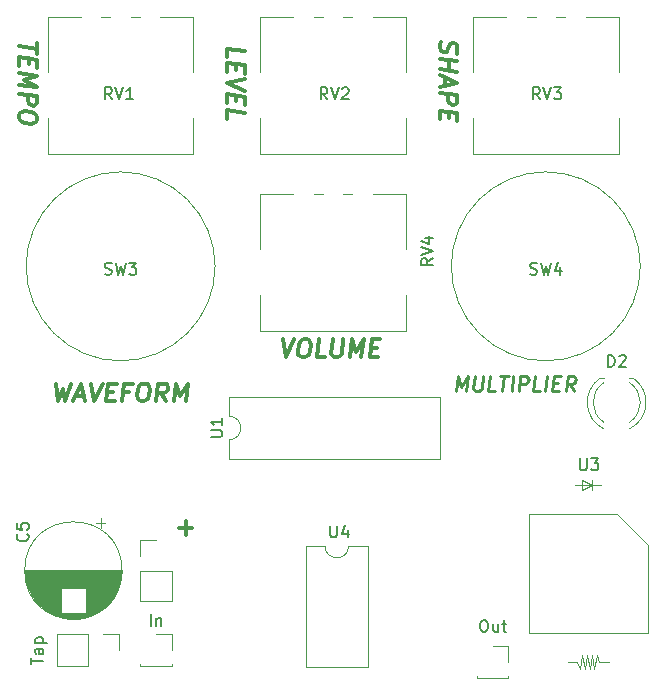
<source format=gbr>
%TF.GenerationSoftware,KiCad,Pcbnew,(5.1.6)-1*%
%TF.CreationDate,2023-06-25T00:19:37-07:00*%
%TF.ProjectId,tremolo,7472656d-6f6c-46f2-9e6b-696361645f70,rev?*%
%TF.SameCoordinates,Original*%
%TF.FileFunction,Legend,Top*%
%TF.FilePolarity,Positive*%
%FSLAX46Y46*%
G04 Gerber Fmt 4.6, Leading zero omitted, Abs format (unit mm)*
G04 Created by KiCad (PCBNEW (5.1.6)-1) date 2023-06-25 00:19:37*
%MOMM*%
%LPD*%
G01*
G04 APERTURE LIST*
%ADD10C,0.150000*%
%ADD11C,0.300000*%
%ADD12C,0.250000*%
%ADD13C,0.120000*%
G04 APERTURE END LIST*
D10*
X66952380Y-138690476D02*
X66952380Y-138119047D01*
X67952380Y-138404761D02*
X66952380Y-138404761D01*
X67952380Y-137357142D02*
X67428571Y-137357142D01*
X67333333Y-137404761D01*
X67285714Y-137500000D01*
X67285714Y-137690476D01*
X67333333Y-137785714D01*
X67904761Y-137357142D02*
X67952380Y-137452380D01*
X67952380Y-137690476D01*
X67904761Y-137785714D01*
X67809523Y-137833333D01*
X67714285Y-137833333D01*
X67619047Y-137785714D01*
X67571428Y-137690476D01*
X67571428Y-137452380D01*
X67523809Y-137357142D01*
X67285714Y-136880952D02*
X68285714Y-136880952D01*
X67333333Y-136880952D02*
X67285714Y-136785714D01*
X67285714Y-136595238D01*
X67333333Y-136500000D01*
X67380952Y-136452380D01*
X67476190Y-136404761D01*
X67761904Y-136404761D01*
X67857142Y-136452380D01*
X67904761Y-136500000D01*
X67952380Y-136595238D01*
X67952380Y-136785714D01*
X67904761Y-136880952D01*
X105166666Y-134952380D02*
X105357142Y-134952380D01*
X105452380Y-135000000D01*
X105547619Y-135095238D01*
X105595238Y-135285714D01*
X105595238Y-135619047D01*
X105547619Y-135809523D01*
X105452380Y-135904761D01*
X105357142Y-135952380D01*
X105166666Y-135952380D01*
X105071428Y-135904761D01*
X104976190Y-135809523D01*
X104928571Y-135619047D01*
X104928571Y-135285714D01*
X104976190Y-135095238D01*
X105071428Y-135000000D01*
X105166666Y-134952380D01*
X106452380Y-135285714D02*
X106452380Y-135952380D01*
X106023809Y-135285714D02*
X106023809Y-135809523D01*
X106071428Y-135904761D01*
X106166666Y-135952380D01*
X106309523Y-135952380D01*
X106404761Y-135904761D01*
X106452380Y-135857142D01*
X106785714Y-135285714D02*
X107166666Y-135285714D01*
X106928571Y-134952380D02*
X106928571Y-135809523D01*
X106976190Y-135904761D01*
X107071428Y-135952380D01*
X107166666Y-135952380D01*
X77047619Y-135452380D02*
X77047619Y-134452380D01*
X77523809Y-134785714D02*
X77523809Y-135452380D01*
X77523809Y-134880952D02*
X77571428Y-134833333D01*
X77666666Y-134785714D01*
X77809523Y-134785714D01*
X77904761Y-134833333D01*
X77952380Y-134928571D01*
X77952380Y-135452380D01*
D11*
X80571428Y-127142857D02*
X79428571Y-127142857D01*
X80000000Y-126571428D02*
X80000000Y-127714285D01*
X69038571Y-114928571D02*
X69208214Y-116428571D01*
X69627857Y-115357142D01*
X69779642Y-116428571D01*
X70324285Y-114928571D01*
X70690357Y-116000000D02*
X71404642Y-116000000D01*
X70493928Y-116428571D02*
X71181428Y-114928571D01*
X71493928Y-116428571D01*
X71967142Y-114928571D02*
X72279642Y-116428571D01*
X72967142Y-114928571D01*
X73377857Y-115642857D02*
X73877857Y-115642857D01*
X73993928Y-116428571D02*
X73279642Y-116428571D01*
X73467142Y-114928571D01*
X74181428Y-114928571D01*
X75235000Y-115642857D02*
X74735000Y-115642857D01*
X74636785Y-116428571D02*
X74824285Y-114928571D01*
X75538571Y-114928571D01*
X76395714Y-114928571D02*
X76681428Y-114928571D01*
X76815357Y-115000000D01*
X76940357Y-115142857D01*
X76976071Y-115428571D01*
X76913571Y-115928571D01*
X76806428Y-116214285D01*
X76645714Y-116357142D01*
X76493928Y-116428571D01*
X76208214Y-116428571D01*
X76074285Y-116357142D01*
X75949285Y-116214285D01*
X75913571Y-115928571D01*
X75976071Y-115428571D01*
X76083214Y-115142857D01*
X76243928Y-115000000D01*
X76395714Y-114928571D01*
X78351071Y-116428571D02*
X77940357Y-115714285D01*
X77493928Y-116428571D02*
X77681428Y-114928571D01*
X78252857Y-114928571D01*
X78386785Y-115000000D01*
X78449285Y-115071428D01*
X78502857Y-115214285D01*
X78476071Y-115428571D01*
X78386785Y-115571428D01*
X78306428Y-115642857D01*
X78154642Y-115714285D01*
X77583214Y-115714285D01*
X78993928Y-116428571D02*
X79181428Y-114928571D01*
X79547500Y-116000000D01*
X80181428Y-114928571D01*
X79993928Y-116428571D01*
D12*
X102899702Y-115565476D02*
X103055952Y-114315476D01*
X103361011Y-115208333D01*
X103889285Y-114315476D01*
X103733035Y-115565476D01*
X104484523Y-114315476D02*
X104358035Y-115327380D01*
X104402678Y-115446428D01*
X104454761Y-115505952D01*
X104566369Y-115565476D01*
X104804464Y-115565476D01*
X104930952Y-115505952D01*
X104997916Y-115446428D01*
X105072321Y-115327380D01*
X105198809Y-114315476D01*
X106233035Y-115565476D02*
X105637797Y-115565476D01*
X105794047Y-114315476D01*
X106627380Y-114315476D02*
X107341666Y-114315476D01*
X106828273Y-115565476D02*
X106984523Y-114315476D01*
X107602083Y-115565476D02*
X107758333Y-114315476D01*
X108197321Y-115565476D02*
X108353571Y-114315476D01*
X108829761Y-114315476D01*
X108941369Y-114375000D01*
X108993452Y-114434523D01*
X109038095Y-114553571D01*
X109015773Y-114732142D01*
X108941369Y-114851190D01*
X108874404Y-114910714D01*
X108747916Y-114970238D01*
X108271726Y-114970238D01*
X110042559Y-115565476D02*
X109447321Y-115565476D01*
X109603571Y-114315476D01*
X110459226Y-115565476D02*
X110615476Y-114315476D01*
X111136309Y-114910714D02*
X111552976Y-114910714D01*
X111649702Y-115565476D02*
X111054464Y-115565476D01*
X111210714Y-114315476D01*
X111805952Y-114315476D01*
X112899702Y-115565476D02*
X112557440Y-114970238D01*
X112185416Y-115565476D02*
X112341666Y-114315476D01*
X112817857Y-114315476D01*
X112929464Y-114375000D01*
X112981547Y-114434523D01*
X113026190Y-114553571D01*
X113003869Y-114732142D01*
X112929464Y-114851190D01*
X112862500Y-114910714D01*
X112736011Y-114970238D01*
X112259821Y-114970238D01*
D11*
X83521428Y-87301071D02*
X83521428Y-86586785D01*
X85021428Y-86774285D01*
X84307142Y-87899285D02*
X84307142Y-88399285D01*
X83521428Y-88515357D02*
X83521428Y-87801071D01*
X85021428Y-87988571D01*
X85021428Y-88702857D01*
X85021428Y-89131428D02*
X83521428Y-89443928D01*
X85021428Y-90131428D01*
X84307142Y-90542142D02*
X84307142Y-91042142D01*
X83521428Y-91158214D02*
X83521428Y-90443928D01*
X85021428Y-90631428D01*
X85021428Y-91345714D01*
X83521428Y-92515357D02*
X83521428Y-91801071D01*
X85021428Y-91988571D01*
X67421428Y-86131428D02*
X67421428Y-86988571D01*
X65921428Y-86372500D02*
X67421428Y-86560000D01*
X66707142Y-87399285D02*
X66707142Y-87899285D01*
X65921428Y-88015357D02*
X65921428Y-87301071D01*
X67421428Y-87488571D01*
X67421428Y-88202857D01*
X65921428Y-88658214D02*
X67421428Y-88845714D01*
X66350000Y-89211785D01*
X67421428Y-89845714D01*
X65921428Y-89658214D01*
X65921428Y-90372500D02*
X67421428Y-90560000D01*
X67421428Y-91131428D01*
X67350000Y-91265357D01*
X67278571Y-91327857D01*
X67135714Y-91381428D01*
X66921428Y-91354642D01*
X66778571Y-91265357D01*
X66707142Y-91185000D01*
X66635714Y-91033214D01*
X66635714Y-90461785D01*
X67421428Y-92345714D02*
X67421428Y-92631428D01*
X67350000Y-92765357D01*
X67207142Y-92890357D01*
X66921428Y-92926071D01*
X66421428Y-92863571D01*
X66135714Y-92756428D01*
X65992857Y-92595714D01*
X65921428Y-92443928D01*
X65921428Y-92158214D01*
X65992857Y-92024285D01*
X66135714Y-91899285D01*
X66421428Y-91863571D01*
X66921428Y-91926071D01*
X67207142Y-92033214D01*
X67350000Y-92193928D01*
X67421428Y-92345714D01*
X101592857Y-85967142D02*
X101521428Y-86172500D01*
X101521428Y-86529642D01*
X101592857Y-86681428D01*
X101664285Y-86761785D01*
X101807142Y-86851071D01*
X101950000Y-86868928D01*
X102092857Y-86815357D01*
X102164285Y-86752857D01*
X102235714Y-86618928D01*
X102307142Y-86342142D01*
X102378571Y-86208214D01*
X102450000Y-86145714D01*
X102592857Y-86092142D01*
X102735714Y-86110000D01*
X102878571Y-86199285D01*
X102950000Y-86279642D01*
X103021428Y-86431428D01*
X103021428Y-86788571D01*
X102950000Y-86993928D01*
X101521428Y-87458214D02*
X103021428Y-87645714D01*
X102307142Y-87556428D02*
X102307142Y-88413571D01*
X101521428Y-88315357D02*
X103021428Y-88502857D01*
X101950000Y-89011785D02*
X101950000Y-89726071D01*
X101521428Y-88815357D02*
X103021428Y-89502857D01*
X101521428Y-89815357D01*
X101521428Y-90315357D02*
X103021428Y-90502857D01*
X103021428Y-91074285D01*
X102950000Y-91208214D01*
X102878571Y-91270714D01*
X102735714Y-91324285D01*
X102521428Y-91297500D01*
X102378571Y-91208214D01*
X102307142Y-91127857D01*
X102235714Y-90976071D01*
X102235714Y-90404642D01*
X102307142Y-91913571D02*
X102307142Y-92413571D01*
X101521428Y-92529642D02*
X101521428Y-91815357D01*
X103021428Y-92002857D01*
X103021428Y-92717142D01*
X88217142Y-111178571D02*
X88529642Y-112678571D01*
X89217142Y-111178571D01*
X90002857Y-111178571D02*
X90288571Y-111178571D01*
X90422500Y-111250000D01*
X90547500Y-111392857D01*
X90583214Y-111678571D01*
X90520714Y-112178571D01*
X90413571Y-112464285D01*
X90252857Y-112607142D01*
X90101071Y-112678571D01*
X89815357Y-112678571D01*
X89681428Y-112607142D01*
X89556428Y-112464285D01*
X89520714Y-112178571D01*
X89583214Y-111678571D01*
X89690357Y-111392857D01*
X89851071Y-111250000D01*
X90002857Y-111178571D01*
X91815357Y-112678571D02*
X91101071Y-112678571D01*
X91288571Y-111178571D01*
X92502857Y-111178571D02*
X92351071Y-112392857D01*
X92404642Y-112535714D01*
X92467142Y-112607142D01*
X92601071Y-112678571D01*
X92886785Y-112678571D01*
X93038571Y-112607142D01*
X93118928Y-112535714D01*
X93208214Y-112392857D01*
X93360000Y-111178571D01*
X93886785Y-112678571D02*
X94074285Y-111178571D01*
X94440357Y-112250000D01*
X95074285Y-111178571D01*
X94886785Y-112678571D01*
X95699285Y-111892857D02*
X96199285Y-111892857D01*
X96315357Y-112678571D02*
X95601071Y-112678571D01*
X95788571Y-111178571D01*
X96502857Y-111178571D01*
D13*
%TO.C,J5*%
X104670000Y-139830000D02*
X107330000Y-139830000D01*
X104670000Y-139710000D02*
X104670000Y-139830000D01*
X107330000Y-139710000D02*
X107330000Y-139830000D01*
X107330000Y-137170000D02*
X107330000Y-138500000D01*
X106000000Y-137170000D02*
X107330000Y-137170000D01*
%TO.C,J4*%
X76170000Y-138830000D02*
X78830000Y-138830000D01*
X76170000Y-138710000D02*
X76170000Y-138830000D01*
X78830000Y-138710000D02*
X78830000Y-138830000D01*
X78830000Y-136170000D02*
X78830000Y-137500000D01*
X77500000Y-136170000D02*
X78830000Y-136170000D01*
%TO.C,U3*%
X119110000Y-136010000D02*
X119110000Y-128570000D01*
X119110000Y-128570000D02*
X116530000Y-125990000D01*
X116530000Y-125990000D02*
X109090000Y-125990000D01*
X109090000Y-125990000D02*
X109090000Y-136010000D01*
X109090000Y-136010000D02*
X119110000Y-136010000D01*
X112350000Y-138500000D02*
X113100000Y-138500000D01*
X115000000Y-138500000D02*
X115850000Y-138500000D01*
X113100000Y-138500000D02*
X113400000Y-139100000D01*
X113400000Y-139100000D02*
X113600000Y-137900000D01*
X113600000Y-137900000D02*
X113800000Y-139100000D01*
X113800000Y-139100000D02*
X114000000Y-137900000D01*
X114000000Y-137900000D02*
X114200000Y-139100000D01*
X114200000Y-139100000D02*
X114400000Y-137900000D01*
X114400000Y-137900000D02*
X114600000Y-139100000D01*
X114600000Y-139100000D02*
X114800000Y-137900000D01*
X114800000Y-137900000D02*
X115000000Y-138500000D01*
X115200000Y-123500000D02*
X113000000Y-123500000D01*
X114400000Y-123100000D02*
X114400000Y-123900000D01*
X114400000Y-123500000D02*
X113600000Y-123100000D01*
X113600000Y-123100000D02*
X113600000Y-123900000D01*
X113600000Y-123900000D02*
X114400000Y-123500000D01*
%TO.C,C5*%
X74620000Y-130750000D02*
G75*
G03*
X74620000Y-130750000I-4120000J0D01*
G01*
X74580000Y-130750000D02*
X66420000Y-130750000D01*
X74580000Y-130790000D02*
X66420000Y-130790000D01*
X74580000Y-130830000D02*
X66420000Y-130830000D01*
X74579000Y-130870000D02*
X66421000Y-130870000D01*
X74577000Y-130910000D02*
X66423000Y-130910000D01*
X74576000Y-130950000D02*
X66424000Y-130950000D01*
X74574000Y-130990000D02*
X66426000Y-130990000D01*
X74571000Y-131030000D02*
X66429000Y-131030000D01*
X74568000Y-131070000D02*
X66432000Y-131070000D01*
X74565000Y-131110000D02*
X66435000Y-131110000D01*
X74561000Y-131150000D02*
X66439000Y-131150000D01*
X74557000Y-131190000D02*
X66443000Y-131190000D01*
X74552000Y-131230000D02*
X66448000Y-131230000D01*
X74548000Y-131270000D02*
X66452000Y-131270000D01*
X74542000Y-131310000D02*
X66458000Y-131310000D01*
X74537000Y-131350000D02*
X66463000Y-131350000D01*
X74530000Y-131390000D02*
X66470000Y-131390000D01*
X74524000Y-131430000D02*
X66476000Y-131430000D01*
X74517000Y-131471000D02*
X66483000Y-131471000D01*
X74510000Y-131511000D02*
X66490000Y-131511000D01*
X74502000Y-131551000D02*
X66498000Y-131551000D01*
X74494000Y-131591000D02*
X66506000Y-131591000D01*
X74485000Y-131631000D02*
X66515000Y-131631000D01*
X74476000Y-131671000D02*
X66524000Y-131671000D01*
X74467000Y-131711000D02*
X66533000Y-131711000D01*
X74457000Y-131751000D02*
X66543000Y-131751000D01*
X74447000Y-131791000D02*
X66553000Y-131791000D01*
X74436000Y-131831000D02*
X66564000Y-131831000D01*
X74425000Y-131871000D02*
X66575000Y-131871000D01*
X74414000Y-131911000D02*
X66586000Y-131911000D01*
X74402000Y-131951000D02*
X66598000Y-131951000D01*
X74389000Y-131991000D02*
X66611000Y-131991000D01*
X74377000Y-132031000D02*
X66623000Y-132031000D01*
X74363000Y-132071000D02*
X66637000Y-132071000D01*
X74350000Y-132111000D02*
X66650000Y-132111000D01*
X74335000Y-132151000D02*
X66665000Y-132151000D01*
X74321000Y-132191000D02*
X66679000Y-132191000D01*
X74305000Y-132231000D02*
X71540000Y-132231000D01*
X69460000Y-132231000D02*
X66695000Y-132231000D01*
X74290000Y-132271000D02*
X71540000Y-132271000D01*
X69460000Y-132271000D02*
X66710000Y-132271000D01*
X74274000Y-132311000D02*
X71540000Y-132311000D01*
X69460000Y-132311000D02*
X66726000Y-132311000D01*
X74257000Y-132351000D02*
X71540000Y-132351000D01*
X69460000Y-132351000D02*
X66743000Y-132351000D01*
X74240000Y-132391000D02*
X71540000Y-132391000D01*
X69460000Y-132391000D02*
X66760000Y-132391000D01*
X74222000Y-132431000D02*
X71540000Y-132431000D01*
X69460000Y-132431000D02*
X66778000Y-132431000D01*
X74204000Y-132471000D02*
X71540000Y-132471000D01*
X69460000Y-132471000D02*
X66796000Y-132471000D01*
X74186000Y-132511000D02*
X71540000Y-132511000D01*
X69460000Y-132511000D02*
X66814000Y-132511000D01*
X74166000Y-132551000D02*
X71540000Y-132551000D01*
X69460000Y-132551000D02*
X66834000Y-132551000D01*
X74147000Y-132591000D02*
X71540000Y-132591000D01*
X69460000Y-132591000D02*
X66853000Y-132591000D01*
X74127000Y-132631000D02*
X71540000Y-132631000D01*
X69460000Y-132631000D02*
X66873000Y-132631000D01*
X74106000Y-132671000D02*
X71540000Y-132671000D01*
X69460000Y-132671000D02*
X66894000Y-132671000D01*
X74084000Y-132711000D02*
X71540000Y-132711000D01*
X69460000Y-132711000D02*
X66916000Y-132711000D01*
X74062000Y-132751000D02*
X71540000Y-132751000D01*
X69460000Y-132751000D02*
X66938000Y-132751000D01*
X74040000Y-132791000D02*
X71540000Y-132791000D01*
X69460000Y-132791000D02*
X66960000Y-132791000D01*
X74017000Y-132831000D02*
X71540000Y-132831000D01*
X69460000Y-132831000D02*
X66983000Y-132831000D01*
X73993000Y-132871000D02*
X71540000Y-132871000D01*
X69460000Y-132871000D02*
X67007000Y-132871000D01*
X73969000Y-132911000D02*
X71540000Y-132911000D01*
X69460000Y-132911000D02*
X67031000Y-132911000D01*
X73944000Y-132951000D02*
X71540000Y-132951000D01*
X69460000Y-132951000D02*
X67056000Y-132951000D01*
X73918000Y-132991000D02*
X71540000Y-132991000D01*
X69460000Y-132991000D02*
X67082000Y-132991000D01*
X73892000Y-133031000D02*
X71540000Y-133031000D01*
X69460000Y-133031000D02*
X67108000Y-133031000D01*
X73865000Y-133071000D02*
X71540000Y-133071000D01*
X69460000Y-133071000D02*
X67135000Y-133071000D01*
X73838000Y-133111000D02*
X71540000Y-133111000D01*
X69460000Y-133111000D02*
X67162000Y-133111000D01*
X73809000Y-133151000D02*
X71540000Y-133151000D01*
X69460000Y-133151000D02*
X67191000Y-133151000D01*
X73780000Y-133191000D02*
X71540000Y-133191000D01*
X69460000Y-133191000D02*
X67220000Y-133191000D01*
X73750000Y-133231000D02*
X71540000Y-133231000D01*
X69460000Y-133231000D02*
X67250000Y-133231000D01*
X73720000Y-133271000D02*
X71540000Y-133271000D01*
X69460000Y-133271000D02*
X67280000Y-133271000D01*
X73689000Y-133311000D02*
X71540000Y-133311000D01*
X69460000Y-133311000D02*
X67311000Y-133311000D01*
X73656000Y-133351000D02*
X71540000Y-133351000D01*
X69460000Y-133351000D02*
X67344000Y-133351000D01*
X73624000Y-133391000D02*
X71540000Y-133391000D01*
X69460000Y-133391000D02*
X67376000Y-133391000D01*
X73590000Y-133431000D02*
X71540000Y-133431000D01*
X69460000Y-133431000D02*
X67410000Y-133431000D01*
X73555000Y-133471000D02*
X71540000Y-133471000D01*
X69460000Y-133471000D02*
X67445000Y-133471000D01*
X73519000Y-133511000D02*
X71540000Y-133511000D01*
X69460000Y-133511000D02*
X67481000Y-133511000D01*
X73483000Y-133551000D02*
X71540000Y-133551000D01*
X69460000Y-133551000D02*
X67517000Y-133551000D01*
X73445000Y-133591000D02*
X71540000Y-133591000D01*
X69460000Y-133591000D02*
X67555000Y-133591000D01*
X73407000Y-133631000D02*
X71540000Y-133631000D01*
X69460000Y-133631000D02*
X67593000Y-133631000D01*
X73367000Y-133671000D02*
X71540000Y-133671000D01*
X69460000Y-133671000D02*
X67633000Y-133671000D01*
X73326000Y-133711000D02*
X71540000Y-133711000D01*
X69460000Y-133711000D02*
X67674000Y-133711000D01*
X73284000Y-133751000D02*
X71540000Y-133751000D01*
X69460000Y-133751000D02*
X67716000Y-133751000D01*
X73241000Y-133791000D02*
X71540000Y-133791000D01*
X69460000Y-133791000D02*
X67759000Y-133791000D01*
X73197000Y-133831000D02*
X71540000Y-133831000D01*
X69460000Y-133831000D02*
X67803000Y-133831000D01*
X73151000Y-133871000D02*
X71540000Y-133871000D01*
X69460000Y-133871000D02*
X67849000Y-133871000D01*
X73104000Y-133911000D02*
X71540000Y-133911000D01*
X69460000Y-133911000D02*
X67896000Y-133911000D01*
X73056000Y-133951000D02*
X71540000Y-133951000D01*
X69460000Y-133951000D02*
X67944000Y-133951000D01*
X73005000Y-133991000D02*
X71540000Y-133991000D01*
X69460000Y-133991000D02*
X67995000Y-133991000D01*
X72954000Y-134031000D02*
X71540000Y-134031000D01*
X69460000Y-134031000D02*
X68046000Y-134031000D01*
X72900000Y-134071000D02*
X71540000Y-134071000D01*
X69460000Y-134071000D02*
X68100000Y-134071000D01*
X72845000Y-134111000D02*
X71540000Y-134111000D01*
X69460000Y-134111000D02*
X68155000Y-134111000D01*
X72787000Y-134151000D02*
X71540000Y-134151000D01*
X69460000Y-134151000D02*
X68213000Y-134151000D01*
X72728000Y-134191000D02*
X71540000Y-134191000D01*
X69460000Y-134191000D02*
X68272000Y-134191000D01*
X72666000Y-134231000D02*
X71540000Y-134231000D01*
X69460000Y-134231000D02*
X68334000Y-134231000D01*
X72602000Y-134271000D02*
X71540000Y-134271000D01*
X69460000Y-134271000D02*
X68398000Y-134271000D01*
X72534000Y-134311000D02*
X68466000Y-134311000D01*
X72464000Y-134351000D02*
X68536000Y-134351000D01*
X72390000Y-134391000D02*
X68610000Y-134391000D01*
X72313000Y-134431000D02*
X68687000Y-134431000D01*
X72231000Y-134471000D02*
X68769000Y-134471000D01*
X72145000Y-134511000D02*
X68855000Y-134511000D01*
X72052000Y-134551000D02*
X68948000Y-134551000D01*
X71953000Y-134591000D02*
X69047000Y-134591000D01*
X71846000Y-134631000D02*
X69154000Y-134631000D01*
X71729000Y-134671000D02*
X69271000Y-134671000D01*
X71598000Y-134711000D02*
X69402000Y-134711000D01*
X71448000Y-134751000D02*
X69552000Y-134751000D01*
X71268000Y-134791000D02*
X69732000Y-134791000D01*
X71033000Y-134831000D02*
X69967000Y-134831000D01*
X72815000Y-126340302D02*
X72815000Y-127140302D01*
X73215000Y-126740302D02*
X72415000Y-126740302D01*
%TO.C,U4*%
X91810000Y-128670000D02*
X90160000Y-128670000D01*
X90160000Y-128670000D02*
X90160000Y-138950000D01*
X90160000Y-138950000D02*
X95460000Y-138950000D01*
X95460000Y-138950000D02*
X95460000Y-128670000D01*
X95460000Y-128670000D02*
X93810000Y-128670000D01*
X93810000Y-128670000D02*
G75*
G02*
X91810000Y-128670000I-1000000J0D01*
G01*
%TO.C,U1*%
X83670000Y-119690000D02*
X83670000Y-121340000D01*
X83670000Y-121340000D02*
X101570000Y-121340000D01*
X101570000Y-121340000D02*
X101570000Y-116040000D01*
X101570000Y-116040000D02*
X83670000Y-116040000D01*
X83670000Y-116040000D02*
X83670000Y-117690000D01*
X83670000Y-117690000D02*
G75*
G02*
X83670000Y-119690000I0J-1000000D01*
G01*
%TO.C,SW4*%
X107438532Y-112391036D02*
G75*
G02*
X103108964Y-108061467I3061468J7391036D01*
G01*
X113561468Y-112391036D02*
G75*
G02*
X107438533Y-112391036I-3061468J7391036D01*
G01*
X103108964Y-101938532D02*
G75*
G02*
X107438533Y-97608964I7391036J-3061468D01*
G01*
X103108964Y-108061468D02*
G75*
G02*
X103108964Y-101938533I7391036J3061468D01*
G01*
X113561468Y-97608964D02*
G75*
G02*
X117891036Y-101938533I-3061468J-7391036D01*
G01*
X107438532Y-97608964D02*
G75*
G02*
X113561467Y-97608964I3061468J-7391036D01*
G01*
X117891036Y-101938532D02*
G75*
G02*
X117891036Y-108061467I-7391036J-3061468D01*
G01*
X117891036Y-108061468D02*
G75*
G02*
X113561467Y-112391036I-7391036J3061468D01*
G01*
%TO.C,SW3*%
X71438532Y-112391036D02*
G75*
G02*
X67108964Y-108061467I3061468J7391036D01*
G01*
X77561468Y-112391036D02*
G75*
G02*
X71438533Y-112391036I-3061468J7391036D01*
G01*
X67108964Y-101938532D02*
G75*
G02*
X71438533Y-97608964I7391036J-3061468D01*
G01*
X67108964Y-108061468D02*
G75*
G02*
X67108964Y-101938533I7391036J3061468D01*
G01*
X77561468Y-97608964D02*
G75*
G02*
X81891036Y-101938533I-3061468J-7391036D01*
G01*
X71438532Y-97608964D02*
G75*
G02*
X77561467Y-97608964I3061468J-7391036D01*
G01*
X81891036Y-101938532D02*
G75*
G02*
X81891036Y-108061467I-7391036J-3061468D01*
G01*
X81891036Y-108061468D02*
G75*
G02*
X77561467Y-112391036I-7391036J3061468D01*
G01*
%TO.C,SW1*%
X69130000Y-136170000D02*
X69130000Y-138830000D01*
X71730000Y-136170000D02*
X69130000Y-136170000D01*
X71730000Y-138830000D02*
X69130000Y-138830000D01*
X71730000Y-136170000D02*
X71730000Y-138830000D01*
X73000000Y-136170000D02*
X74330000Y-136170000D01*
X74330000Y-136170000D02*
X74330000Y-137500000D01*
%TO.C,RV4*%
X98670000Y-98880000D02*
X98670000Y-103546000D01*
X98670000Y-107455000D02*
X98670000Y-110470000D01*
X86330000Y-98880000D02*
X86330000Y-103546000D01*
X86330000Y-107455000D02*
X86330000Y-110470000D01*
X98670000Y-98880000D02*
X95871000Y-98880000D01*
X94129000Y-98880000D02*
X93370000Y-98880000D01*
X91629000Y-98880000D02*
X90870000Y-98880000D01*
X89130000Y-98880000D02*
X86330000Y-98880000D01*
X98670000Y-110470000D02*
X86330000Y-110470000D01*
%TO.C,RV3*%
X116670000Y-83880000D02*
X116670000Y-88546000D01*
X116670000Y-92455000D02*
X116670000Y-95470000D01*
X104330000Y-83880000D02*
X104330000Y-88546000D01*
X104330000Y-92455000D02*
X104330000Y-95470000D01*
X116670000Y-83880000D02*
X113871000Y-83880000D01*
X112129000Y-83880000D02*
X111370000Y-83880000D01*
X109629000Y-83880000D02*
X108870000Y-83880000D01*
X107130000Y-83880000D02*
X104330000Y-83880000D01*
X116670000Y-95470000D02*
X104330000Y-95470000D01*
%TO.C,RV2*%
X98670000Y-83880000D02*
X98670000Y-88546000D01*
X98670000Y-92455000D02*
X98670000Y-95470000D01*
X86330000Y-83880000D02*
X86330000Y-88546000D01*
X86330000Y-92455000D02*
X86330000Y-95470000D01*
X98670000Y-83880000D02*
X95871000Y-83880000D01*
X94129000Y-83880000D02*
X93370000Y-83880000D01*
X91629000Y-83880000D02*
X90870000Y-83880000D01*
X89130000Y-83880000D02*
X86330000Y-83880000D01*
X98670000Y-95470000D02*
X86330000Y-95470000D01*
%TO.C,RV1*%
X80670000Y-83880000D02*
X80670000Y-88546000D01*
X80670000Y-92455000D02*
X80670000Y-95470000D01*
X68330000Y-83880000D02*
X68330000Y-88546000D01*
X68330000Y-92455000D02*
X68330000Y-95470000D01*
X80670000Y-83880000D02*
X77871000Y-83880000D01*
X76129000Y-83880000D02*
X75370000Y-83880000D01*
X73629000Y-83880000D02*
X72870000Y-83880000D01*
X71130000Y-83880000D02*
X68330000Y-83880000D01*
X80670000Y-95470000D02*
X68330000Y-95470000D01*
%TO.C,J1*%
X76170000Y-128170000D02*
X77500000Y-128170000D01*
X76170000Y-129500000D02*
X76170000Y-128170000D01*
X76170000Y-130770000D02*
X78830000Y-130770000D01*
X78830000Y-130770000D02*
X78830000Y-133370000D01*
X76170000Y-130770000D02*
X76170000Y-133370000D01*
X76170000Y-133370000D02*
X78830000Y-133370000D01*
%TO.C,D2*%
X117899000Y-114460000D02*
X117580000Y-114460000D01*
X115420000Y-114460000D02*
X115101000Y-114460000D01*
X115419039Y-118202713D02*
G75*
G02*
X115420000Y-114836670I1080961J1682713D01*
G01*
X117580961Y-118202713D02*
G75*
G03*
X117580000Y-114836670I-1080961J1682713D01*
G01*
X115419276Y-118763242D02*
G75*
G02*
X115101251Y-114460000I1080724J2243242D01*
G01*
X117580724Y-118763242D02*
G75*
G03*
X117898749Y-114460000I-1080724J2243242D01*
G01*
%TO.C,U3*%
D10*
X113388095Y-121252380D02*
X113388095Y-122061904D01*
X113435714Y-122157142D01*
X113483333Y-122204761D01*
X113578571Y-122252380D01*
X113769047Y-122252380D01*
X113864285Y-122204761D01*
X113911904Y-122157142D01*
X113959523Y-122061904D01*
X113959523Y-121252380D01*
X114340476Y-121252380D02*
X114959523Y-121252380D01*
X114626190Y-121633333D01*
X114769047Y-121633333D01*
X114864285Y-121680952D01*
X114911904Y-121728571D01*
X114959523Y-121823809D01*
X114959523Y-122061904D01*
X114911904Y-122157142D01*
X114864285Y-122204761D01*
X114769047Y-122252380D01*
X114483333Y-122252380D01*
X114388095Y-122204761D01*
X114340476Y-122157142D01*
%TO.C,C5*%
X66607142Y-127666666D02*
X66654761Y-127714285D01*
X66702380Y-127857142D01*
X66702380Y-127952380D01*
X66654761Y-128095238D01*
X66559523Y-128190476D01*
X66464285Y-128238095D01*
X66273809Y-128285714D01*
X66130952Y-128285714D01*
X65940476Y-128238095D01*
X65845238Y-128190476D01*
X65750000Y-128095238D01*
X65702380Y-127952380D01*
X65702380Y-127857142D01*
X65750000Y-127714285D01*
X65797619Y-127666666D01*
X65702380Y-126761904D02*
X65702380Y-127238095D01*
X66178571Y-127285714D01*
X66130952Y-127238095D01*
X66083333Y-127142857D01*
X66083333Y-126904761D01*
X66130952Y-126809523D01*
X66178571Y-126761904D01*
X66273809Y-126714285D01*
X66511904Y-126714285D01*
X66607142Y-126761904D01*
X66654761Y-126809523D01*
X66702380Y-126904761D01*
X66702380Y-127142857D01*
X66654761Y-127238095D01*
X66607142Y-127285714D01*
%TO.C,U4*%
X92238095Y-126952380D02*
X92238095Y-127761904D01*
X92285714Y-127857142D01*
X92333333Y-127904761D01*
X92428571Y-127952380D01*
X92619047Y-127952380D01*
X92714285Y-127904761D01*
X92761904Y-127857142D01*
X92809523Y-127761904D01*
X92809523Y-126952380D01*
X93714285Y-127285714D02*
X93714285Y-127952380D01*
X93476190Y-126904761D02*
X93238095Y-127619047D01*
X93857142Y-127619047D01*
%TO.C,U1*%
X82122380Y-119451904D02*
X82931904Y-119451904D01*
X83027142Y-119404285D01*
X83074761Y-119356666D01*
X83122380Y-119261428D01*
X83122380Y-119070952D01*
X83074761Y-118975714D01*
X83027142Y-118928095D01*
X82931904Y-118880476D01*
X82122380Y-118880476D01*
X83122380Y-117880476D02*
X83122380Y-118451904D01*
X83122380Y-118166190D02*
X82122380Y-118166190D01*
X82265238Y-118261428D01*
X82360476Y-118356666D01*
X82408095Y-118451904D01*
%TO.C,SW4*%
X109166666Y-105654761D02*
X109309523Y-105702380D01*
X109547619Y-105702380D01*
X109642857Y-105654761D01*
X109690476Y-105607142D01*
X109738095Y-105511904D01*
X109738095Y-105416666D01*
X109690476Y-105321428D01*
X109642857Y-105273809D01*
X109547619Y-105226190D01*
X109357142Y-105178571D01*
X109261904Y-105130952D01*
X109214285Y-105083333D01*
X109166666Y-104988095D01*
X109166666Y-104892857D01*
X109214285Y-104797619D01*
X109261904Y-104750000D01*
X109357142Y-104702380D01*
X109595238Y-104702380D01*
X109738095Y-104750000D01*
X110071428Y-104702380D02*
X110309523Y-105702380D01*
X110500000Y-104988095D01*
X110690476Y-105702380D01*
X110928571Y-104702380D01*
X111738095Y-105035714D02*
X111738095Y-105702380D01*
X111500000Y-104654761D02*
X111261904Y-105369047D01*
X111880952Y-105369047D01*
%TO.C,SW3*%
X73166666Y-105654761D02*
X73309523Y-105702380D01*
X73547619Y-105702380D01*
X73642857Y-105654761D01*
X73690476Y-105607142D01*
X73738095Y-105511904D01*
X73738095Y-105416666D01*
X73690476Y-105321428D01*
X73642857Y-105273809D01*
X73547619Y-105226190D01*
X73357142Y-105178571D01*
X73261904Y-105130952D01*
X73214285Y-105083333D01*
X73166666Y-104988095D01*
X73166666Y-104892857D01*
X73214285Y-104797619D01*
X73261904Y-104750000D01*
X73357142Y-104702380D01*
X73595238Y-104702380D01*
X73738095Y-104750000D01*
X74071428Y-104702380D02*
X74309523Y-105702380D01*
X74500000Y-104988095D01*
X74690476Y-105702380D01*
X74928571Y-104702380D01*
X75214285Y-104702380D02*
X75833333Y-104702380D01*
X75500000Y-105083333D01*
X75642857Y-105083333D01*
X75738095Y-105130952D01*
X75785714Y-105178571D01*
X75833333Y-105273809D01*
X75833333Y-105511904D01*
X75785714Y-105607142D01*
X75738095Y-105654761D01*
X75642857Y-105702380D01*
X75357142Y-105702380D01*
X75261904Y-105654761D01*
X75214285Y-105607142D01*
%TO.C,RV4*%
X100952380Y-104320238D02*
X100476190Y-104653571D01*
X100952380Y-104891666D02*
X99952380Y-104891666D01*
X99952380Y-104510714D01*
X100000000Y-104415476D01*
X100047619Y-104367857D01*
X100142857Y-104320238D01*
X100285714Y-104320238D01*
X100380952Y-104367857D01*
X100428571Y-104415476D01*
X100476190Y-104510714D01*
X100476190Y-104891666D01*
X99952380Y-104034523D02*
X100952380Y-103701190D01*
X99952380Y-103367857D01*
X100285714Y-102605952D02*
X100952380Y-102605952D01*
X99904761Y-102844047D02*
X100619047Y-103082142D01*
X100619047Y-102463095D01*
%TO.C,RV3*%
X110004761Y-90852380D02*
X109671428Y-90376190D01*
X109433333Y-90852380D02*
X109433333Y-89852380D01*
X109814285Y-89852380D01*
X109909523Y-89900000D01*
X109957142Y-89947619D01*
X110004761Y-90042857D01*
X110004761Y-90185714D01*
X109957142Y-90280952D01*
X109909523Y-90328571D01*
X109814285Y-90376190D01*
X109433333Y-90376190D01*
X110290476Y-89852380D02*
X110623809Y-90852380D01*
X110957142Y-89852380D01*
X111195238Y-89852380D02*
X111814285Y-89852380D01*
X111480952Y-90233333D01*
X111623809Y-90233333D01*
X111719047Y-90280952D01*
X111766666Y-90328571D01*
X111814285Y-90423809D01*
X111814285Y-90661904D01*
X111766666Y-90757142D01*
X111719047Y-90804761D01*
X111623809Y-90852380D01*
X111338095Y-90852380D01*
X111242857Y-90804761D01*
X111195238Y-90757142D01*
%TO.C,RV2*%
X92004761Y-90852380D02*
X91671428Y-90376190D01*
X91433333Y-90852380D02*
X91433333Y-89852380D01*
X91814285Y-89852380D01*
X91909523Y-89900000D01*
X91957142Y-89947619D01*
X92004761Y-90042857D01*
X92004761Y-90185714D01*
X91957142Y-90280952D01*
X91909523Y-90328571D01*
X91814285Y-90376190D01*
X91433333Y-90376190D01*
X92290476Y-89852380D02*
X92623809Y-90852380D01*
X92957142Y-89852380D01*
X93242857Y-89947619D02*
X93290476Y-89900000D01*
X93385714Y-89852380D01*
X93623809Y-89852380D01*
X93719047Y-89900000D01*
X93766666Y-89947619D01*
X93814285Y-90042857D01*
X93814285Y-90138095D01*
X93766666Y-90280952D01*
X93195238Y-90852380D01*
X93814285Y-90852380D01*
%TO.C,RV1*%
X73754761Y-90852380D02*
X73421428Y-90376190D01*
X73183333Y-90852380D02*
X73183333Y-89852380D01*
X73564285Y-89852380D01*
X73659523Y-89900000D01*
X73707142Y-89947619D01*
X73754761Y-90042857D01*
X73754761Y-90185714D01*
X73707142Y-90280952D01*
X73659523Y-90328571D01*
X73564285Y-90376190D01*
X73183333Y-90376190D01*
X74040476Y-89852380D02*
X74373809Y-90852380D01*
X74707142Y-89852380D01*
X75564285Y-90852380D02*
X74992857Y-90852380D01*
X75278571Y-90852380D02*
X75278571Y-89852380D01*
X75183333Y-89995238D01*
X75088095Y-90090476D01*
X74992857Y-90138095D01*
%TO.C,D2*%
X115761904Y-113502380D02*
X115761904Y-112502380D01*
X116000000Y-112502380D01*
X116142857Y-112550000D01*
X116238095Y-112645238D01*
X116285714Y-112740476D01*
X116333333Y-112930952D01*
X116333333Y-113073809D01*
X116285714Y-113264285D01*
X116238095Y-113359523D01*
X116142857Y-113454761D01*
X116000000Y-113502380D01*
X115761904Y-113502380D01*
X116714285Y-112597619D02*
X116761904Y-112550000D01*
X116857142Y-112502380D01*
X117095238Y-112502380D01*
X117190476Y-112550000D01*
X117238095Y-112597619D01*
X117285714Y-112692857D01*
X117285714Y-112788095D01*
X117238095Y-112930952D01*
X116666666Y-113502380D01*
X117285714Y-113502380D01*
%TD*%
M02*

</source>
